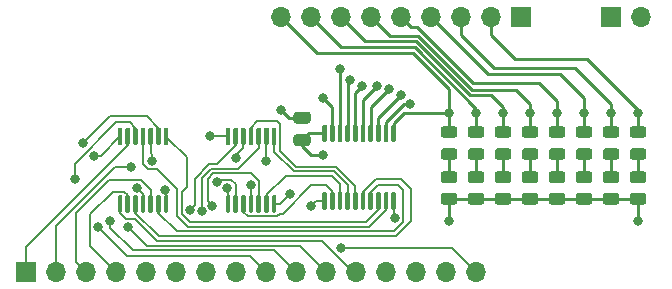
<source format=gbr>
%TF.GenerationSoftware,KiCad,Pcbnew,(5.1.10-1-10_14)*%
%TF.CreationDate,2021-12-18T11:23:09-05:00*%
%TF.ProjectId,Modules,4d6f6475-6c65-4732-9e6b-696361645f70,rev?*%
%TF.SameCoordinates,Original*%
%TF.FileFunction,Copper,L1,Top*%
%TF.FilePolarity,Positive*%
%FSLAX46Y46*%
G04 Gerber Fmt 4.6, Leading zero omitted, Abs format (unit mm)*
G04 Created by KiCad (PCBNEW (5.1.10-1-10_14)) date 2021-12-18 11:23:09*
%MOMM*%
%LPD*%
G01*
G04 APERTURE LIST*
%TA.AperFunction,ComponentPad*%
%ADD10R,1.700000X1.700000*%
%TD*%
%TA.AperFunction,ComponentPad*%
%ADD11O,1.700000X1.700000*%
%TD*%
%TA.AperFunction,ViaPad*%
%ADD12C,0.800000*%
%TD*%
%TA.AperFunction,Conductor*%
%ADD13C,0.200000*%
%TD*%
%TA.AperFunction,Conductor*%
%ADD14C,0.250000*%
%TD*%
G04 APERTURE END LIST*
D10*
%TO.P,J3,1*%
%TO.N,~OUTPUT*%
X175514000Y-105156000D03*
D11*
%TO.P,J3,2*%
%TO.N,Q0*%
X172974000Y-105156000D03*
%TO.P,J3,3*%
%TO.N,Q1*%
X170434000Y-105156000D03*
%TO.P,J3,4*%
%TO.N,Q2*%
X167894000Y-105156000D03*
%TO.P,J3,5*%
%TO.N,Q3*%
X165354000Y-105156000D03*
%TO.P,J3,6*%
%TO.N,Q4*%
X162814000Y-105156000D03*
%TO.P,J3,7*%
%TO.N,Q5*%
X160274000Y-105156000D03*
%TO.P,J3,8*%
%TO.N,Q6*%
X157734000Y-105156000D03*
%TO.P,J3,9*%
%TO.N,Q7*%
X155194000Y-105156000D03*
%TD*%
%TO.P,R8,2*%
%TO.N,GND*%
%TA.AperFunction,SMDPad,CuDef*%
G36*
G01*
X184969999Y-120034000D02*
X185870001Y-120034000D01*
G75*
G02*
X186120000Y-120283999I0J-249999D01*
G01*
X186120000Y-120809001D01*
G75*
G02*
X185870001Y-121059000I-249999J0D01*
G01*
X184969999Y-121059000D01*
G75*
G02*
X184720000Y-120809001I0J249999D01*
G01*
X184720000Y-120283999D01*
G75*
G02*
X184969999Y-120034000I249999J0D01*
G01*
G37*
%TD.AperFunction*%
%TO.P,R8,1*%
%TO.N,Net-(D8-Pad1)*%
%TA.AperFunction,SMDPad,CuDef*%
G36*
G01*
X184969999Y-118209000D02*
X185870001Y-118209000D01*
G75*
G02*
X186120000Y-118458999I0J-249999D01*
G01*
X186120000Y-118984001D01*
G75*
G02*
X185870001Y-119234000I-249999J0D01*
G01*
X184969999Y-119234000D01*
G75*
G02*
X184720000Y-118984001I0J249999D01*
G01*
X184720000Y-118458999D01*
G75*
G02*
X184969999Y-118209000I249999J0D01*
G01*
G37*
%TD.AperFunction*%
%TD*%
%TO.P,R7,2*%
%TO.N,GND*%
%TA.AperFunction,SMDPad,CuDef*%
G36*
G01*
X182683999Y-120034000D02*
X183584001Y-120034000D01*
G75*
G02*
X183834000Y-120283999I0J-249999D01*
G01*
X183834000Y-120809001D01*
G75*
G02*
X183584001Y-121059000I-249999J0D01*
G01*
X182683999Y-121059000D01*
G75*
G02*
X182434000Y-120809001I0J249999D01*
G01*
X182434000Y-120283999D01*
G75*
G02*
X182683999Y-120034000I249999J0D01*
G01*
G37*
%TD.AperFunction*%
%TO.P,R7,1*%
%TO.N,Net-(D7-Pad1)*%
%TA.AperFunction,SMDPad,CuDef*%
G36*
G01*
X182683999Y-118209000D02*
X183584001Y-118209000D01*
G75*
G02*
X183834000Y-118458999I0J-249999D01*
G01*
X183834000Y-118984001D01*
G75*
G02*
X183584001Y-119234000I-249999J0D01*
G01*
X182683999Y-119234000D01*
G75*
G02*
X182434000Y-118984001I0J249999D01*
G01*
X182434000Y-118458999D01*
G75*
G02*
X182683999Y-118209000I249999J0D01*
G01*
G37*
%TD.AperFunction*%
%TD*%
%TO.P,R6,2*%
%TO.N,GND*%
%TA.AperFunction,SMDPad,CuDef*%
G36*
G01*
X180397999Y-120034000D02*
X181298001Y-120034000D01*
G75*
G02*
X181548000Y-120283999I0J-249999D01*
G01*
X181548000Y-120809001D01*
G75*
G02*
X181298001Y-121059000I-249999J0D01*
G01*
X180397999Y-121059000D01*
G75*
G02*
X180148000Y-120809001I0J249999D01*
G01*
X180148000Y-120283999D01*
G75*
G02*
X180397999Y-120034000I249999J0D01*
G01*
G37*
%TD.AperFunction*%
%TO.P,R6,1*%
%TO.N,Net-(D6-Pad1)*%
%TA.AperFunction,SMDPad,CuDef*%
G36*
G01*
X180397999Y-118209000D02*
X181298001Y-118209000D01*
G75*
G02*
X181548000Y-118458999I0J-249999D01*
G01*
X181548000Y-118984001D01*
G75*
G02*
X181298001Y-119234000I-249999J0D01*
G01*
X180397999Y-119234000D01*
G75*
G02*
X180148000Y-118984001I0J249999D01*
G01*
X180148000Y-118458999D01*
G75*
G02*
X180397999Y-118209000I249999J0D01*
G01*
G37*
%TD.AperFunction*%
%TD*%
%TO.P,R5,2*%
%TO.N,GND*%
%TA.AperFunction,SMDPad,CuDef*%
G36*
G01*
X178111999Y-120034000D02*
X179012001Y-120034000D01*
G75*
G02*
X179262000Y-120283999I0J-249999D01*
G01*
X179262000Y-120809001D01*
G75*
G02*
X179012001Y-121059000I-249999J0D01*
G01*
X178111999Y-121059000D01*
G75*
G02*
X177862000Y-120809001I0J249999D01*
G01*
X177862000Y-120283999D01*
G75*
G02*
X178111999Y-120034000I249999J0D01*
G01*
G37*
%TD.AperFunction*%
%TO.P,R5,1*%
%TO.N,Net-(D5-Pad1)*%
%TA.AperFunction,SMDPad,CuDef*%
G36*
G01*
X178111999Y-118209000D02*
X179012001Y-118209000D01*
G75*
G02*
X179262000Y-118458999I0J-249999D01*
G01*
X179262000Y-118984001D01*
G75*
G02*
X179012001Y-119234000I-249999J0D01*
G01*
X178111999Y-119234000D01*
G75*
G02*
X177862000Y-118984001I0J249999D01*
G01*
X177862000Y-118458999D01*
G75*
G02*
X178111999Y-118209000I249999J0D01*
G01*
G37*
%TD.AperFunction*%
%TD*%
%TO.P,R4,2*%
%TO.N,GND*%
%TA.AperFunction,SMDPad,CuDef*%
G36*
G01*
X175825999Y-120034000D02*
X176726001Y-120034000D01*
G75*
G02*
X176976000Y-120283999I0J-249999D01*
G01*
X176976000Y-120809001D01*
G75*
G02*
X176726001Y-121059000I-249999J0D01*
G01*
X175825999Y-121059000D01*
G75*
G02*
X175576000Y-120809001I0J249999D01*
G01*
X175576000Y-120283999D01*
G75*
G02*
X175825999Y-120034000I249999J0D01*
G01*
G37*
%TD.AperFunction*%
%TO.P,R4,1*%
%TO.N,Net-(D4-Pad1)*%
%TA.AperFunction,SMDPad,CuDef*%
G36*
G01*
X175825999Y-118209000D02*
X176726001Y-118209000D01*
G75*
G02*
X176976000Y-118458999I0J-249999D01*
G01*
X176976000Y-118984001D01*
G75*
G02*
X176726001Y-119234000I-249999J0D01*
G01*
X175825999Y-119234000D01*
G75*
G02*
X175576000Y-118984001I0J249999D01*
G01*
X175576000Y-118458999D01*
G75*
G02*
X175825999Y-118209000I249999J0D01*
G01*
G37*
%TD.AperFunction*%
%TD*%
%TO.P,R3,2*%
%TO.N,GND*%
%TA.AperFunction,SMDPad,CuDef*%
G36*
G01*
X173539999Y-120034000D02*
X174440001Y-120034000D01*
G75*
G02*
X174690000Y-120283999I0J-249999D01*
G01*
X174690000Y-120809001D01*
G75*
G02*
X174440001Y-121059000I-249999J0D01*
G01*
X173539999Y-121059000D01*
G75*
G02*
X173290000Y-120809001I0J249999D01*
G01*
X173290000Y-120283999D01*
G75*
G02*
X173539999Y-120034000I249999J0D01*
G01*
G37*
%TD.AperFunction*%
%TO.P,R3,1*%
%TO.N,Net-(D3-Pad1)*%
%TA.AperFunction,SMDPad,CuDef*%
G36*
G01*
X173539999Y-118209000D02*
X174440001Y-118209000D01*
G75*
G02*
X174690000Y-118458999I0J-249999D01*
G01*
X174690000Y-118984001D01*
G75*
G02*
X174440001Y-119234000I-249999J0D01*
G01*
X173539999Y-119234000D01*
G75*
G02*
X173290000Y-118984001I0J249999D01*
G01*
X173290000Y-118458999D01*
G75*
G02*
X173539999Y-118209000I249999J0D01*
G01*
G37*
%TD.AperFunction*%
%TD*%
%TO.P,R2,2*%
%TO.N,GND*%
%TA.AperFunction,SMDPad,CuDef*%
G36*
G01*
X171253999Y-120034000D02*
X172154001Y-120034000D01*
G75*
G02*
X172404000Y-120283999I0J-249999D01*
G01*
X172404000Y-120809001D01*
G75*
G02*
X172154001Y-121059000I-249999J0D01*
G01*
X171253999Y-121059000D01*
G75*
G02*
X171004000Y-120809001I0J249999D01*
G01*
X171004000Y-120283999D01*
G75*
G02*
X171253999Y-120034000I249999J0D01*
G01*
G37*
%TD.AperFunction*%
%TO.P,R2,1*%
%TO.N,Net-(D2-Pad1)*%
%TA.AperFunction,SMDPad,CuDef*%
G36*
G01*
X171253999Y-118209000D02*
X172154001Y-118209000D01*
G75*
G02*
X172404000Y-118458999I0J-249999D01*
G01*
X172404000Y-118984001D01*
G75*
G02*
X172154001Y-119234000I-249999J0D01*
G01*
X171253999Y-119234000D01*
G75*
G02*
X171004000Y-118984001I0J249999D01*
G01*
X171004000Y-118458999D01*
G75*
G02*
X171253999Y-118209000I249999J0D01*
G01*
G37*
%TD.AperFunction*%
%TD*%
%TO.P,R1,2*%
%TO.N,GND*%
%TA.AperFunction,SMDPad,CuDef*%
G36*
G01*
X168967999Y-120034000D02*
X169868001Y-120034000D01*
G75*
G02*
X170118000Y-120283999I0J-249999D01*
G01*
X170118000Y-120809001D01*
G75*
G02*
X169868001Y-121059000I-249999J0D01*
G01*
X168967999Y-121059000D01*
G75*
G02*
X168718000Y-120809001I0J249999D01*
G01*
X168718000Y-120283999D01*
G75*
G02*
X168967999Y-120034000I249999J0D01*
G01*
G37*
%TD.AperFunction*%
%TO.P,R1,1*%
%TO.N,Net-(D1-Pad1)*%
%TA.AperFunction,SMDPad,CuDef*%
G36*
G01*
X168967999Y-118209000D02*
X169868001Y-118209000D01*
G75*
G02*
X170118000Y-118458999I0J-249999D01*
G01*
X170118000Y-118984001D01*
G75*
G02*
X169868001Y-119234000I-249999J0D01*
G01*
X168967999Y-119234000D01*
G75*
G02*
X168718000Y-118984001I0J249999D01*
G01*
X168718000Y-118458999D01*
G75*
G02*
X168967999Y-118209000I249999J0D01*
G01*
G37*
%TD.AperFunction*%
%TD*%
%TO.P,D8,2*%
%TO.N,Q0*%
%TA.AperFunction,SMDPad,CuDef*%
G36*
G01*
X185876250Y-115374000D02*
X184963750Y-115374000D01*
G75*
G02*
X184720000Y-115130250I0J243750D01*
G01*
X184720000Y-114642750D01*
G75*
G02*
X184963750Y-114399000I243750J0D01*
G01*
X185876250Y-114399000D01*
G75*
G02*
X186120000Y-114642750I0J-243750D01*
G01*
X186120000Y-115130250D01*
G75*
G02*
X185876250Y-115374000I-243750J0D01*
G01*
G37*
%TD.AperFunction*%
%TO.P,D8,1*%
%TO.N,Net-(D8-Pad1)*%
%TA.AperFunction,SMDPad,CuDef*%
G36*
G01*
X185876250Y-117249000D02*
X184963750Y-117249000D01*
G75*
G02*
X184720000Y-117005250I0J243750D01*
G01*
X184720000Y-116517750D01*
G75*
G02*
X184963750Y-116274000I243750J0D01*
G01*
X185876250Y-116274000D01*
G75*
G02*
X186120000Y-116517750I0J-243750D01*
G01*
X186120000Y-117005250D01*
G75*
G02*
X185876250Y-117249000I-243750J0D01*
G01*
G37*
%TD.AperFunction*%
%TD*%
%TO.P,D7,2*%
%TO.N,Q1*%
%TA.AperFunction,SMDPad,CuDef*%
G36*
G01*
X183590250Y-115374000D02*
X182677750Y-115374000D01*
G75*
G02*
X182434000Y-115130250I0J243750D01*
G01*
X182434000Y-114642750D01*
G75*
G02*
X182677750Y-114399000I243750J0D01*
G01*
X183590250Y-114399000D01*
G75*
G02*
X183834000Y-114642750I0J-243750D01*
G01*
X183834000Y-115130250D01*
G75*
G02*
X183590250Y-115374000I-243750J0D01*
G01*
G37*
%TD.AperFunction*%
%TO.P,D7,1*%
%TO.N,Net-(D7-Pad1)*%
%TA.AperFunction,SMDPad,CuDef*%
G36*
G01*
X183590250Y-117249000D02*
X182677750Y-117249000D01*
G75*
G02*
X182434000Y-117005250I0J243750D01*
G01*
X182434000Y-116517750D01*
G75*
G02*
X182677750Y-116274000I243750J0D01*
G01*
X183590250Y-116274000D01*
G75*
G02*
X183834000Y-116517750I0J-243750D01*
G01*
X183834000Y-117005250D01*
G75*
G02*
X183590250Y-117249000I-243750J0D01*
G01*
G37*
%TD.AperFunction*%
%TD*%
%TO.P,D6,2*%
%TO.N,Q2*%
%TA.AperFunction,SMDPad,CuDef*%
G36*
G01*
X181304250Y-115374000D02*
X180391750Y-115374000D01*
G75*
G02*
X180148000Y-115130250I0J243750D01*
G01*
X180148000Y-114642750D01*
G75*
G02*
X180391750Y-114399000I243750J0D01*
G01*
X181304250Y-114399000D01*
G75*
G02*
X181548000Y-114642750I0J-243750D01*
G01*
X181548000Y-115130250D01*
G75*
G02*
X181304250Y-115374000I-243750J0D01*
G01*
G37*
%TD.AperFunction*%
%TO.P,D6,1*%
%TO.N,Net-(D6-Pad1)*%
%TA.AperFunction,SMDPad,CuDef*%
G36*
G01*
X181304250Y-117249000D02*
X180391750Y-117249000D01*
G75*
G02*
X180148000Y-117005250I0J243750D01*
G01*
X180148000Y-116517750D01*
G75*
G02*
X180391750Y-116274000I243750J0D01*
G01*
X181304250Y-116274000D01*
G75*
G02*
X181548000Y-116517750I0J-243750D01*
G01*
X181548000Y-117005250D01*
G75*
G02*
X181304250Y-117249000I-243750J0D01*
G01*
G37*
%TD.AperFunction*%
%TD*%
%TO.P,D5,2*%
%TO.N,Q3*%
%TA.AperFunction,SMDPad,CuDef*%
G36*
G01*
X179018250Y-115374000D02*
X178105750Y-115374000D01*
G75*
G02*
X177862000Y-115130250I0J243750D01*
G01*
X177862000Y-114642750D01*
G75*
G02*
X178105750Y-114399000I243750J0D01*
G01*
X179018250Y-114399000D01*
G75*
G02*
X179262000Y-114642750I0J-243750D01*
G01*
X179262000Y-115130250D01*
G75*
G02*
X179018250Y-115374000I-243750J0D01*
G01*
G37*
%TD.AperFunction*%
%TO.P,D5,1*%
%TO.N,Net-(D5-Pad1)*%
%TA.AperFunction,SMDPad,CuDef*%
G36*
G01*
X179018250Y-117249000D02*
X178105750Y-117249000D01*
G75*
G02*
X177862000Y-117005250I0J243750D01*
G01*
X177862000Y-116517750D01*
G75*
G02*
X178105750Y-116274000I243750J0D01*
G01*
X179018250Y-116274000D01*
G75*
G02*
X179262000Y-116517750I0J-243750D01*
G01*
X179262000Y-117005250D01*
G75*
G02*
X179018250Y-117249000I-243750J0D01*
G01*
G37*
%TD.AperFunction*%
%TD*%
%TO.P,D4,2*%
%TO.N,Q4*%
%TA.AperFunction,SMDPad,CuDef*%
G36*
G01*
X176732250Y-115374000D02*
X175819750Y-115374000D01*
G75*
G02*
X175576000Y-115130250I0J243750D01*
G01*
X175576000Y-114642750D01*
G75*
G02*
X175819750Y-114399000I243750J0D01*
G01*
X176732250Y-114399000D01*
G75*
G02*
X176976000Y-114642750I0J-243750D01*
G01*
X176976000Y-115130250D01*
G75*
G02*
X176732250Y-115374000I-243750J0D01*
G01*
G37*
%TD.AperFunction*%
%TO.P,D4,1*%
%TO.N,Net-(D4-Pad1)*%
%TA.AperFunction,SMDPad,CuDef*%
G36*
G01*
X176732250Y-117249000D02*
X175819750Y-117249000D01*
G75*
G02*
X175576000Y-117005250I0J243750D01*
G01*
X175576000Y-116517750D01*
G75*
G02*
X175819750Y-116274000I243750J0D01*
G01*
X176732250Y-116274000D01*
G75*
G02*
X176976000Y-116517750I0J-243750D01*
G01*
X176976000Y-117005250D01*
G75*
G02*
X176732250Y-117249000I-243750J0D01*
G01*
G37*
%TD.AperFunction*%
%TD*%
%TO.P,D3,2*%
%TO.N,Q5*%
%TA.AperFunction,SMDPad,CuDef*%
G36*
G01*
X174446250Y-115374000D02*
X173533750Y-115374000D01*
G75*
G02*
X173290000Y-115130250I0J243750D01*
G01*
X173290000Y-114642750D01*
G75*
G02*
X173533750Y-114399000I243750J0D01*
G01*
X174446250Y-114399000D01*
G75*
G02*
X174690000Y-114642750I0J-243750D01*
G01*
X174690000Y-115130250D01*
G75*
G02*
X174446250Y-115374000I-243750J0D01*
G01*
G37*
%TD.AperFunction*%
%TO.P,D3,1*%
%TO.N,Net-(D3-Pad1)*%
%TA.AperFunction,SMDPad,CuDef*%
G36*
G01*
X174446250Y-117249000D02*
X173533750Y-117249000D01*
G75*
G02*
X173290000Y-117005250I0J243750D01*
G01*
X173290000Y-116517750D01*
G75*
G02*
X173533750Y-116274000I243750J0D01*
G01*
X174446250Y-116274000D01*
G75*
G02*
X174690000Y-116517750I0J-243750D01*
G01*
X174690000Y-117005250D01*
G75*
G02*
X174446250Y-117249000I-243750J0D01*
G01*
G37*
%TD.AperFunction*%
%TD*%
%TO.P,D2,2*%
%TO.N,Q6*%
%TA.AperFunction,SMDPad,CuDef*%
G36*
G01*
X172160250Y-115374000D02*
X171247750Y-115374000D01*
G75*
G02*
X171004000Y-115130250I0J243750D01*
G01*
X171004000Y-114642750D01*
G75*
G02*
X171247750Y-114399000I243750J0D01*
G01*
X172160250Y-114399000D01*
G75*
G02*
X172404000Y-114642750I0J-243750D01*
G01*
X172404000Y-115130250D01*
G75*
G02*
X172160250Y-115374000I-243750J0D01*
G01*
G37*
%TD.AperFunction*%
%TO.P,D2,1*%
%TO.N,Net-(D2-Pad1)*%
%TA.AperFunction,SMDPad,CuDef*%
G36*
G01*
X172160250Y-117249000D02*
X171247750Y-117249000D01*
G75*
G02*
X171004000Y-117005250I0J243750D01*
G01*
X171004000Y-116517750D01*
G75*
G02*
X171247750Y-116274000I243750J0D01*
G01*
X172160250Y-116274000D01*
G75*
G02*
X172404000Y-116517750I0J-243750D01*
G01*
X172404000Y-117005250D01*
G75*
G02*
X172160250Y-117249000I-243750J0D01*
G01*
G37*
%TD.AperFunction*%
%TD*%
%TO.P,D1,2*%
%TO.N,Q7*%
%TA.AperFunction,SMDPad,CuDef*%
G36*
G01*
X169874250Y-115374000D02*
X168961750Y-115374000D01*
G75*
G02*
X168718000Y-115130250I0J243750D01*
G01*
X168718000Y-114642750D01*
G75*
G02*
X168961750Y-114399000I243750J0D01*
G01*
X169874250Y-114399000D01*
G75*
G02*
X170118000Y-114642750I0J-243750D01*
G01*
X170118000Y-115130250D01*
G75*
G02*
X169874250Y-115374000I-243750J0D01*
G01*
G37*
%TD.AperFunction*%
%TO.P,D1,1*%
%TO.N,Net-(D1-Pad1)*%
%TA.AperFunction,SMDPad,CuDef*%
G36*
G01*
X169874250Y-117249000D02*
X168961750Y-117249000D01*
G75*
G02*
X168718000Y-117005250I0J243750D01*
G01*
X168718000Y-116517750D01*
G75*
G02*
X168961750Y-116274000I243750J0D01*
G01*
X169874250Y-116274000D01*
G75*
G02*
X170118000Y-116517750I0J-243750D01*
G01*
X170118000Y-117005250D01*
G75*
G02*
X169874250Y-117249000I-243750J0D01*
G01*
G37*
%TD.AperFunction*%
%TD*%
%TO.P,C1,2*%
%TO.N,GND*%
%TA.AperFunction,SMDPad,CuDef*%
G36*
G01*
X157447000Y-114170000D02*
X156497000Y-114170000D01*
G75*
G02*
X156247000Y-113920000I0J250000D01*
G01*
X156247000Y-113420000D01*
G75*
G02*
X156497000Y-113170000I250000J0D01*
G01*
X157447000Y-113170000D01*
G75*
G02*
X157697000Y-113420000I0J-250000D01*
G01*
X157697000Y-113920000D01*
G75*
G02*
X157447000Y-114170000I-250000J0D01*
G01*
G37*
%TD.AperFunction*%
%TO.P,C1,1*%
%TO.N,VCC*%
%TA.AperFunction,SMDPad,CuDef*%
G36*
G01*
X157447000Y-116070000D02*
X156497000Y-116070000D01*
G75*
G02*
X156247000Y-115820000I0J250000D01*
G01*
X156247000Y-115320000D01*
G75*
G02*
X156497000Y-115070000I250000J0D01*
G01*
X157447000Y-115070000D01*
G75*
G02*
X157697000Y-115320000I0J-250000D01*
G01*
X157697000Y-115820000D01*
G75*
G02*
X157447000Y-116070000I-250000J0D01*
G01*
G37*
%TD.AperFunction*%
%TD*%
%TO.P,U1,20*%
%TO.N,VCC*%
%TA.AperFunction,SMDPad,CuDef*%
G36*
G01*
X158985000Y-115731000D02*
X158785000Y-115731000D01*
G75*
G02*
X158685000Y-115631000I0J100000D01*
G01*
X158685000Y-114356000D01*
G75*
G02*
X158785000Y-114256000I100000J0D01*
G01*
X158985000Y-114256000D01*
G75*
G02*
X159085000Y-114356000I0J-100000D01*
G01*
X159085000Y-115631000D01*
G75*
G02*
X158985000Y-115731000I-100000J0D01*
G01*
G37*
%TD.AperFunction*%
%TO.P,U1,19*%
%TO.N,~OUTPUT*%
%TA.AperFunction,SMDPad,CuDef*%
G36*
G01*
X159635000Y-115731000D02*
X159435000Y-115731000D01*
G75*
G02*
X159335000Y-115631000I0J100000D01*
G01*
X159335000Y-114356000D01*
G75*
G02*
X159435000Y-114256000I100000J0D01*
G01*
X159635000Y-114256000D01*
G75*
G02*
X159735000Y-114356000I0J-100000D01*
G01*
X159735000Y-115631000D01*
G75*
G02*
X159635000Y-115731000I-100000J0D01*
G01*
G37*
%TD.AperFunction*%
%TO.P,U1,18*%
%TO.N,Q0*%
%TA.AperFunction,SMDPad,CuDef*%
G36*
G01*
X160285000Y-115731000D02*
X160085000Y-115731000D01*
G75*
G02*
X159985000Y-115631000I0J100000D01*
G01*
X159985000Y-114356000D01*
G75*
G02*
X160085000Y-114256000I100000J0D01*
G01*
X160285000Y-114256000D01*
G75*
G02*
X160385000Y-114356000I0J-100000D01*
G01*
X160385000Y-115631000D01*
G75*
G02*
X160285000Y-115731000I-100000J0D01*
G01*
G37*
%TD.AperFunction*%
%TO.P,U1,17*%
%TO.N,Q1*%
%TA.AperFunction,SMDPad,CuDef*%
G36*
G01*
X160935000Y-115731000D02*
X160735000Y-115731000D01*
G75*
G02*
X160635000Y-115631000I0J100000D01*
G01*
X160635000Y-114356000D01*
G75*
G02*
X160735000Y-114256000I100000J0D01*
G01*
X160935000Y-114256000D01*
G75*
G02*
X161035000Y-114356000I0J-100000D01*
G01*
X161035000Y-115631000D01*
G75*
G02*
X160935000Y-115731000I-100000J0D01*
G01*
G37*
%TD.AperFunction*%
%TO.P,U1,16*%
%TO.N,Q2*%
%TA.AperFunction,SMDPad,CuDef*%
G36*
G01*
X161585000Y-115731000D02*
X161385000Y-115731000D01*
G75*
G02*
X161285000Y-115631000I0J100000D01*
G01*
X161285000Y-114356000D01*
G75*
G02*
X161385000Y-114256000I100000J0D01*
G01*
X161585000Y-114256000D01*
G75*
G02*
X161685000Y-114356000I0J-100000D01*
G01*
X161685000Y-115631000D01*
G75*
G02*
X161585000Y-115731000I-100000J0D01*
G01*
G37*
%TD.AperFunction*%
%TO.P,U1,15*%
%TO.N,Q3*%
%TA.AperFunction,SMDPad,CuDef*%
G36*
G01*
X162235000Y-115731000D02*
X162035000Y-115731000D01*
G75*
G02*
X161935000Y-115631000I0J100000D01*
G01*
X161935000Y-114356000D01*
G75*
G02*
X162035000Y-114256000I100000J0D01*
G01*
X162235000Y-114256000D01*
G75*
G02*
X162335000Y-114356000I0J-100000D01*
G01*
X162335000Y-115631000D01*
G75*
G02*
X162235000Y-115731000I-100000J0D01*
G01*
G37*
%TD.AperFunction*%
%TO.P,U1,14*%
%TO.N,Q4*%
%TA.AperFunction,SMDPad,CuDef*%
G36*
G01*
X162885000Y-115731000D02*
X162685000Y-115731000D01*
G75*
G02*
X162585000Y-115631000I0J100000D01*
G01*
X162585000Y-114356000D01*
G75*
G02*
X162685000Y-114256000I100000J0D01*
G01*
X162885000Y-114256000D01*
G75*
G02*
X162985000Y-114356000I0J-100000D01*
G01*
X162985000Y-115631000D01*
G75*
G02*
X162885000Y-115731000I-100000J0D01*
G01*
G37*
%TD.AperFunction*%
%TO.P,U1,13*%
%TO.N,Q5*%
%TA.AperFunction,SMDPad,CuDef*%
G36*
G01*
X163535000Y-115731000D02*
X163335000Y-115731000D01*
G75*
G02*
X163235000Y-115631000I0J100000D01*
G01*
X163235000Y-114356000D01*
G75*
G02*
X163335000Y-114256000I100000J0D01*
G01*
X163535000Y-114256000D01*
G75*
G02*
X163635000Y-114356000I0J-100000D01*
G01*
X163635000Y-115631000D01*
G75*
G02*
X163535000Y-115731000I-100000J0D01*
G01*
G37*
%TD.AperFunction*%
%TO.P,U1,12*%
%TO.N,Q6*%
%TA.AperFunction,SMDPad,CuDef*%
G36*
G01*
X164185000Y-115731000D02*
X163985000Y-115731000D01*
G75*
G02*
X163885000Y-115631000I0J100000D01*
G01*
X163885000Y-114356000D01*
G75*
G02*
X163985000Y-114256000I100000J0D01*
G01*
X164185000Y-114256000D01*
G75*
G02*
X164285000Y-114356000I0J-100000D01*
G01*
X164285000Y-115631000D01*
G75*
G02*
X164185000Y-115731000I-100000J0D01*
G01*
G37*
%TD.AperFunction*%
%TO.P,U1,11*%
%TO.N,Q7*%
%TA.AperFunction,SMDPad,CuDef*%
G36*
G01*
X164835000Y-115731000D02*
X164635000Y-115731000D01*
G75*
G02*
X164535000Y-115631000I0J100000D01*
G01*
X164535000Y-114356000D01*
G75*
G02*
X164635000Y-114256000I100000J0D01*
G01*
X164835000Y-114256000D01*
G75*
G02*
X164935000Y-114356000I0J-100000D01*
G01*
X164935000Y-115631000D01*
G75*
G02*
X164835000Y-115731000I-100000J0D01*
G01*
G37*
%TD.AperFunction*%
%TO.P,U1,10*%
%TO.N,GND*%
%TA.AperFunction,SMDPad,CuDef*%
G36*
G01*
X164835000Y-121456000D02*
X164635000Y-121456000D01*
G75*
G02*
X164535000Y-121356000I0J100000D01*
G01*
X164535000Y-120081000D01*
G75*
G02*
X164635000Y-119981000I100000J0D01*
G01*
X164835000Y-119981000D01*
G75*
G02*
X164935000Y-120081000I0J-100000D01*
G01*
X164935000Y-121356000D01*
G75*
G02*
X164835000Y-121456000I-100000J0D01*
G01*
G37*
%TD.AperFunction*%
%TO.P,U1,9*%
%TO.N,Net-(U1-Pad9)*%
%TA.AperFunction,SMDPad,CuDef*%
G36*
G01*
X164185000Y-121456000D02*
X163985000Y-121456000D01*
G75*
G02*
X163885000Y-121356000I0J100000D01*
G01*
X163885000Y-120081000D01*
G75*
G02*
X163985000Y-119981000I100000J0D01*
G01*
X164185000Y-119981000D01*
G75*
G02*
X164285000Y-120081000I0J-100000D01*
G01*
X164285000Y-121356000D01*
G75*
G02*
X164185000Y-121456000I-100000J0D01*
G01*
G37*
%TD.AperFunction*%
%TO.P,U1,8*%
%TO.N,Net-(U1-Pad8)*%
%TA.AperFunction,SMDPad,CuDef*%
G36*
G01*
X163535000Y-121456000D02*
X163335000Y-121456000D01*
G75*
G02*
X163235000Y-121356000I0J100000D01*
G01*
X163235000Y-120081000D01*
G75*
G02*
X163335000Y-119981000I100000J0D01*
G01*
X163535000Y-119981000D01*
G75*
G02*
X163635000Y-120081000I0J-100000D01*
G01*
X163635000Y-121356000D01*
G75*
G02*
X163535000Y-121456000I-100000J0D01*
G01*
G37*
%TD.AperFunction*%
%TO.P,U1,7*%
%TO.N,Net-(U1-Pad7)*%
%TA.AperFunction,SMDPad,CuDef*%
G36*
G01*
X162885000Y-121456000D02*
X162685000Y-121456000D01*
G75*
G02*
X162585000Y-121356000I0J100000D01*
G01*
X162585000Y-120081000D01*
G75*
G02*
X162685000Y-119981000I100000J0D01*
G01*
X162885000Y-119981000D01*
G75*
G02*
X162985000Y-120081000I0J-100000D01*
G01*
X162985000Y-121356000D01*
G75*
G02*
X162885000Y-121456000I-100000J0D01*
G01*
G37*
%TD.AperFunction*%
%TO.P,U1,6*%
%TO.N,Net-(U1-Pad6)*%
%TA.AperFunction,SMDPad,CuDef*%
G36*
G01*
X162235000Y-121456000D02*
X162035000Y-121456000D01*
G75*
G02*
X161935000Y-121356000I0J100000D01*
G01*
X161935000Y-120081000D01*
G75*
G02*
X162035000Y-119981000I100000J0D01*
G01*
X162235000Y-119981000D01*
G75*
G02*
X162335000Y-120081000I0J-100000D01*
G01*
X162335000Y-121356000D01*
G75*
G02*
X162235000Y-121456000I-100000J0D01*
G01*
G37*
%TD.AperFunction*%
%TO.P,U1,5*%
%TO.N,Net-(U1-Pad5)*%
%TA.AperFunction,SMDPad,CuDef*%
G36*
G01*
X161585000Y-121456000D02*
X161385000Y-121456000D01*
G75*
G02*
X161285000Y-121356000I0J100000D01*
G01*
X161285000Y-120081000D01*
G75*
G02*
X161385000Y-119981000I100000J0D01*
G01*
X161585000Y-119981000D01*
G75*
G02*
X161685000Y-120081000I0J-100000D01*
G01*
X161685000Y-121356000D01*
G75*
G02*
X161585000Y-121456000I-100000J0D01*
G01*
G37*
%TD.AperFunction*%
%TO.P,U1,4*%
%TO.N,Net-(U1-Pad4)*%
%TA.AperFunction,SMDPad,CuDef*%
G36*
G01*
X160935000Y-121456000D02*
X160735000Y-121456000D01*
G75*
G02*
X160635000Y-121356000I0J100000D01*
G01*
X160635000Y-120081000D01*
G75*
G02*
X160735000Y-119981000I100000J0D01*
G01*
X160935000Y-119981000D01*
G75*
G02*
X161035000Y-120081000I0J-100000D01*
G01*
X161035000Y-121356000D01*
G75*
G02*
X160935000Y-121456000I-100000J0D01*
G01*
G37*
%TD.AperFunction*%
%TO.P,U1,3*%
%TO.N,Net-(U1-Pad3)*%
%TA.AperFunction,SMDPad,CuDef*%
G36*
G01*
X160285000Y-121456000D02*
X160085000Y-121456000D01*
G75*
G02*
X159985000Y-121356000I0J100000D01*
G01*
X159985000Y-120081000D01*
G75*
G02*
X160085000Y-119981000I100000J0D01*
G01*
X160285000Y-119981000D01*
G75*
G02*
X160385000Y-120081000I0J-100000D01*
G01*
X160385000Y-121356000D01*
G75*
G02*
X160285000Y-121456000I-100000J0D01*
G01*
G37*
%TD.AperFunction*%
%TO.P,U1,2*%
%TO.N,Net-(U1-Pad2)*%
%TA.AperFunction,SMDPad,CuDef*%
G36*
G01*
X159635000Y-121456000D02*
X159435000Y-121456000D01*
G75*
G02*
X159335000Y-121356000I0J100000D01*
G01*
X159335000Y-120081000D01*
G75*
G02*
X159435000Y-119981000I100000J0D01*
G01*
X159635000Y-119981000D01*
G75*
G02*
X159735000Y-120081000I0J-100000D01*
G01*
X159735000Y-121356000D01*
G75*
G02*
X159635000Y-121456000I-100000J0D01*
G01*
G37*
%TD.AperFunction*%
%TO.P,U1,1*%
%TO.N,VCC*%
%TA.AperFunction,SMDPad,CuDef*%
G36*
G01*
X158985000Y-121456000D02*
X158785000Y-121456000D01*
G75*
G02*
X158685000Y-121356000I0J100000D01*
G01*
X158685000Y-120081000D01*
G75*
G02*
X158785000Y-119981000I100000J0D01*
G01*
X158985000Y-119981000D01*
G75*
G02*
X159085000Y-120081000I0J-100000D01*
G01*
X159085000Y-121356000D01*
G75*
G02*
X158985000Y-121456000I-100000J0D01*
G01*
G37*
%TD.AperFunction*%
%TD*%
%TO.P,U8,14*%
%TO.N,VCC*%
%TA.AperFunction,SMDPad,CuDef*%
G36*
G01*
X141660000Y-115985000D02*
X141460000Y-115985000D01*
G75*
G02*
X141360000Y-115885000I0J100000D01*
G01*
X141360000Y-114610000D01*
G75*
G02*
X141460000Y-114510000I100000J0D01*
G01*
X141660000Y-114510000D01*
G75*
G02*
X141760000Y-114610000I0J-100000D01*
G01*
X141760000Y-115885000D01*
G75*
G02*
X141660000Y-115985000I-100000J0D01*
G01*
G37*
%TD.AperFunction*%
%TO.P,U8,13*%
%TO.N,B7*%
%TA.AperFunction,SMDPad,CuDef*%
G36*
G01*
X142310000Y-115985000D02*
X142110000Y-115985000D01*
G75*
G02*
X142010000Y-115885000I0J100000D01*
G01*
X142010000Y-114610000D01*
G75*
G02*
X142110000Y-114510000I100000J0D01*
G01*
X142310000Y-114510000D01*
G75*
G02*
X142410000Y-114610000I0J-100000D01*
G01*
X142410000Y-115885000D01*
G75*
G02*
X142310000Y-115985000I-100000J0D01*
G01*
G37*
%TD.AperFunction*%
%TO.P,U8,12*%
%TO.N,A7*%
%TA.AperFunction,SMDPad,CuDef*%
G36*
G01*
X142960000Y-115985000D02*
X142760000Y-115985000D01*
G75*
G02*
X142660000Y-115885000I0J100000D01*
G01*
X142660000Y-114610000D01*
G75*
G02*
X142760000Y-114510000I100000J0D01*
G01*
X142960000Y-114510000D01*
G75*
G02*
X143060000Y-114610000I0J-100000D01*
G01*
X143060000Y-115885000D01*
G75*
G02*
X142960000Y-115985000I-100000J0D01*
G01*
G37*
%TD.AperFunction*%
%TO.P,U8,11*%
%TO.N,Net-(U1-Pad9)*%
%TA.AperFunction,SMDPad,CuDef*%
G36*
G01*
X143610000Y-115985000D02*
X143410000Y-115985000D01*
G75*
G02*
X143310000Y-115885000I0J100000D01*
G01*
X143310000Y-114610000D01*
G75*
G02*
X143410000Y-114510000I100000J0D01*
G01*
X143610000Y-114510000D01*
G75*
G02*
X143710000Y-114610000I0J-100000D01*
G01*
X143710000Y-115885000D01*
G75*
G02*
X143610000Y-115985000I-100000J0D01*
G01*
G37*
%TD.AperFunction*%
%TO.P,U8,10*%
%TO.N,B6*%
%TA.AperFunction,SMDPad,CuDef*%
G36*
G01*
X144260000Y-115985000D02*
X144060000Y-115985000D01*
G75*
G02*
X143960000Y-115885000I0J100000D01*
G01*
X143960000Y-114610000D01*
G75*
G02*
X144060000Y-114510000I100000J0D01*
G01*
X144260000Y-114510000D01*
G75*
G02*
X144360000Y-114610000I0J-100000D01*
G01*
X144360000Y-115885000D01*
G75*
G02*
X144260000Y-115985000I-100000J0D01*
G01*
G37*
%TD.AperFunction*%
%TO.P,U8,9*%
%TO.N,A6*%
%TA.AperFunction,SMDPad,CuDef*%
G36*
G01*
X144910000Y-115985000D02*
X144710000Y-115985000D01*
G75*
G02*
X144610000Y-115885000I0J100000D01*
G01*
X144610000Y-114610000D01*
G75*
G02*
X144710000Y-114510000I100000J0D01*
G01*
X144910000Y-114510000D01*
G75*
G02*
X145010000Y-114610000I0J-100000D01*
G01*
X145010000Y-115885000D01*
G75*
G02*
X144910000Y-115985000I-100000J0D01*
G01*
G37*
%TD.AperFunction*%
%TO.P,U8,8*%
%TO.N,Net-(U1-Pad8)*%
%TA.AperFunction,SMDPad,CuDef*%
G36*
G01*
X145560000Y-115985000D02*
X145360000Y-115985000D01*
G75*
G02*
X145260000Y-115885000I0J100000D01*
G01*
X145260000Y-114610000D01*
G75*
G02*
X145360000Y-114510000I100000J0D01*
G01*
X145560000Y-114510000D01*
G75*
G02*
X145660000Y-114610000I0J-100000D01*
G01*
X145660000Y-115885000D01*
G75*
G02*
X145560000Y-115985000I-100000J0D01*
G01*
G37*
%TD.AperFunction*%
%TO.P,U8,7*%
%TO.N,GND*%
%TA.AperFunction,SMDPad,CuDef*%
G36*
G01*
X145560000Y-121710000D02*
X145360000Y-121710000D01*
G75*
G02*
X145260000Y-121610000I0J100000D01*
G01*
X145260000Y-120335000D01*
G75*
G02*
X145360000Y-120235000I100000J0D01*
G01*
X145560000Y-120235000D01*
G75*
G02*
X145660000Y-120335000I0J-100000D01*
G01*
X145660000Y-121610000D01*
G75*
G02*
X145560000Y-121710000I-100000J0D01*
G01*
G37*
%TD.AperFunction*%
%TO.P,U8,6*%
%TO.N,Net-(U1-Pad7)*%
%TA.AperFunction,SMDPad,CuDef*%
G36*
G01*
X144910000Y-121710000D02*
X144710000Y-121710000D01*
G75*
G02*
X144610000Y-121610000I0J100000D01*
G01*
X144610000Y-120335000D01*
G75*
G02*
X144710000Y-120235000I100000J0D01*
G01*
X144910000Y-120235000D01*
G75*
G02*
X145010000Y-120335000I0J-100000D01*
G01*
X145010000Y-121610000D01*
G75*
G02*
X144910000Y-121710000I-100000J0D01*
G01*
G37*
%TD.AperFunction*%
%TO.P,U8,5*%
%TO.N,B5*%
%TA.AperFunction,SMDPad,CuDef*%
G36*
G01*
X144260000Y-121710000D02*
X144060000Y-121710000D01*
G75*
G02*
X143960000Y-121610000I0J100000D01*
G01*
X143960000Y-120335000D01*
G75*
G02*
X144060000Y-120235000I100000J0D01*
G01*
X144260000Y-120235000D01*
G75*
G02*
X144360000Y-120335000I0J-100000D01*
G01*
X144360000Y-121610000D01*
G75*
G02*
X144260000Y-121710000I-100000J0D01*
G01*
G37*
%TD.AperFunction*%
%TO.P,U8,4*%
%TO.N,A5*%
%TA.AperFunction,SMDPad,CuDef*%
G36*
G01*
X143610000Y-121710000D02*
X143410000Y-121710000D01*
G75*
G02*
X143310000Y-121610000I0J100000D01*
G01*
X143310000Y-120335000D01*
G75*
G02*
X143410000Y-120235000I100000J0D01*
G01*
X143610000Y-120235000D01*
G75*
G02*
X143710000Y-120335000I0J-100000D01*
G01*
X143710000Y-121610000D01*
G75*
G02*
X143610000Y-121710000I-100000J0D01*
G01*
G37*
%TD.AperFunction*%
%TO.P,U8,3*%
%TO.N,Net-(U1-Pad6)*%
%TA.AperFunction,SMDPad,CuDef*%
G36*
G01*
X142960000Y-121710000D02*
X142760000Y-121710000D01*
G75*
G02*
X142660000Y-121610000I0J100000D01*
G01*
X142660000Y-120335000D01*
G75*
G02*
X142760000Y-120235000I100000J0D01*
G01*
X142960000Y-120235000D01*
G75*
G02*
X143060000Y-120335000I0J-100000D01*
G01*
X143060000Y-121610000D01*
G75*
G02*
X142960000Y-121710000I-100000J0D01*
G01*
G37*
%TD.AperFunction*%
%TO.P,U8,2*%
%TO.N,B4*%
%TA.AperFunction,SMDPad,CuDef*%
G36*
G01*
X142310000Y-121710000D02*
X142110000Y-121710000D01*
G75*
G02*
X142010000Y-121610000I0J100000D01*
G01*
X142010000Y-120335000D01*
G75*
G02*
X142110000Y-120235000I100000J0D01*
G01*
X142310000Y-120235000D01*
G75*
G02*
X142410000Y-120335000I0J-100000D01*
G01*
X142410000Y-121610000D01*
G75*
G02*
X142310000Y-121710000I-100000J0D01*
G01*
G37*
%TD.AperFunction*%
%TO.P,U8,1*%
%TO.N,A4*%
%TA.AperFunction,SMDPad,CuDef*%
G36*
G01*
X141660000Y-121710000D02*
X141460000Y-121710000D01*
G75*
G02*
X141360000Y-121610000I0J100000D01*
G01*
X141360000Y-120335000D01*
G75*
G02*
X141460000Y-120235000I100000J0D01*
G01*
X141660000Y-120235000D01*
G75*
G02*
X141760000Y-120335000I0J-100000D01*
G01*
X141760000Y-121610000D01*
G75*
G02*
X141660000Y-121710000I-100000J0D01*
G01*
G37*
%TD.AperFunction*%
%TD*%
%TO.P,U7,14*%
%TO.N,VCC*%
%TA.AperFunction,SMDPad,CuDef*%
G36*
G01*
X150804000Y-115985000D02*
X150604000Y-115985000D01*
G75*
G02*
X150504000Y-115885000I0J100000D01*
G01*
X150504000Y-114610000D01*
G75*
G02*
X150604000Y-114510000I100000J0D01*
G01*
X150804000Y-114510000D01*
G75*
G02*
X150904000Y-114610000I0J-100000D01*
G01*
X150904000Y-115885000D01*
G75*
G02*
X150804000Y-115985000I-100000J0D01*
G01*
G37*
%TD.AperFunction*%
%TO.P,U7,13*%
%TO.N,B3*%
%TA.AperFunction,SMDPad,CuDef*%
G36*
G01*
X151454000Y-115985000D02*
X151254000Y-115985000D01*
G75*
G02*
X151154000Y-115885000I0J100000D01*
G01*
X151154000Y-114610000D01*
G75*
G02*
X151254000Y-114510000I100000J0D01*
G01*
X151454000Y-114510000D01*
G75*
G02*
X151554000Y-114610000I0J-100000D01*
G01*
X151554000Y-115885000D01*
G75*
G02*
X151454000Y-115985000I-100000J0D01*
G01*
G37*
%TD.AperFunction*%
%TO.P,U7,12*%
%TO.N,A3*%
%TA.AperFunction,SMDPad,CuDef*%
G36*
G01*
X152104000Y-115985000D02*
X151904000Y-115985000D01*
G75*
G02*
X151804000Y-115885000I0J100000D01*
G01*
X151804000Y-114610000D01*
G75*
G02*
X151904000Y-114510000I100000J0D01*
G01*
X152104000Y-114510000D01*
G75*
G02*
X152204000Y-114610000I0J-100000D01*
G01*
X152204000Y-115885000D01*
G75*
G02*
X152104000Y-115985000I-100000J0D01*
G01*
G37*
%TD.AperFunction*%
%TO.P,U7,11*%
%TO.N,Net-(U1-Pad5)*%
%TA.AperFunction,SMDPad,CuDef*%
G36*
G01*
X152754000Y-115985000D02*
X152554000Y-115985000D01*
G75*
G02*
X152454000Y-115885000I0J100000D01*
G01*
X152454000Y-114610000D01*
G75*
G02*
X152554000Y-114510000I100000J0D01*
G01*
X152754000Y-114510000D01*
G75*
G02*
X152854000Y-114610000I0J-100000D01*
G01*
X152854000Y-115885000D01*
G75*
G02*
X152754000Y-115985000I-100000J0D01*
G01*
G37*
%TD.AperFunction*%
%TO.P,U7,10*%
%TO.N,B2*%
%TA.AperFunction,SMDPad,CuDef*%
G36*
G01*
X153404000Y-115985000D02*
X153204000Y-115985000D01*
G75*
G02*
X153104000Y-115885000I0J100000D01*
G01*
X153104000Y-114610000D01*
G75*
G02*
X153204000Y-114510000I100000J0D01*
G01*
X153404000Y-114510000D01*
G75*
G02*
X153504000Y-114610000I0J-100000D01*
G01*
X153504000Y-115885000D01*
G75*
G02*
X153404000Y-115985000I-100000J0D01*
G01*
G37*
%TD.AperFunction*%
%TO.P,U7,9*%
%TO.N,A2*%
%TA.AperFunction,SMDPad,CuDef*%
G36*
G01*
X154054000Y-115985000D02*
X153854000Y-115985000D01*
G75*
G02*
X153754000Y-115885000I0J100000D01*
G01*
X153754000Y-114610000D01*
G75*
G02*
X153854000Y-114510000I100000J0D01*
G01*
X154054000Y-114510000D01*
G75*
G02*
X154154000Y-114610000I0J-100000D01*
G01*
X154154000Y-115885000D01*
G75*
G02*
X154054000Y-115985000I-100000J0D01*
G01*
G37*
%TD.AperFunction*%
%TO.P,U7,8*%
%TO.N,Net-(U1-Pad4)*%
%TA.AperFunction,SMDPad,CuDef*%
G36*
G01*
X154704000Y-115985000D02*
X154504000Y-115985000D01*
G75*
G02*
X154404000Y-115885000I0J100000D01*
G01*
X154404000Y-114610000D01*
G75*
G02*
X154504000Y-114510000I100000J0D01*
G01*
X154704000Y-114510000D01*
G75*
G02*
X154804000Y-114610000I0J-100000D01*
G01*
X154804000Y-115885000D01*
G75*
G02*
X154704000Y-115985000I-100000J0D01*
G01*
G37*
%TD.AperFunction*%
%TO.P,U7,7*%
%TO.N,GND*%
%TA.AperFunction,SMDPad,CuDef*%
G36*
G01*
X154704000Y-121710000D02*
X154504000Y-121710000D01*
G75*
G02*
X154404000Y-121610000I0J100000D01*
G01*
X154404000Y-120335000D01*
G75*
G02*
X154504000Y-120235000I100000J0D01*
G01*
X154704000Y-120235000D01*
G75*
G02*
X154804000Y-120335000I0J-100000D01*
G01*
X154804000Y-121610000D01*
G75*
G02*
X154704000Y-121710000I-100000J0D01*
G01*
G37*
%TD.AperFunction*%
%TO.P,U7,6*%
%TO.N,Net-(U1-Pad3)*%
%TA.AperFunction,SMDPad,CuDef*%
G36*
G01*
X154054000Y-121710000D02*
X153854000Y-121710000D01*
G75*
G02*
X153754000Y-121610000I0J100000D01*
G01*
X153754000Y-120335000D01*
G75*
G02*
X153854000Y-120235000I100000J0D01*
G01*
X154054000Y-120235000D01*
G75*
G02*
X154154000Y-120335000I0J-100000D01*
G01*
X154154000Y-121610000D01*
G75*
G02*
X154054000Y-121710000I-100000J0D01*
G01*
G37*
%TD.AperFunction*%
%TO.P,U7,5*%
%TO.N,B1*%
%TA.AperFunction,SMDPad,CuDef*%
G36*
G01*
X153404000Y-121710000D02*
X153204000Y-121710000D01*
G75*
G02*
X153104000Y-121610000I0J100000D01*
G01*
X153104000Y-120335000D01*
G75*
G02*
X153204000Y-120235000I100000J0D01*
G01*
X153404000Y-120235000D01*
G75*
G02*
X153504000Y-120335000I0J-100000D01*
G01*
X153504000Y-121610000D01*
G75*
G02*
X153404000Y-121710000I-100000J0D01*
G01*
G37*
%TD.AperFunction*%
%TO.P,U7,4*%
%TO.N,A1*%
%TA.AperFunction,SMDPad,CuDef*%
G36*
G01*
X152754000Y-121710000D02*
X152554000Y-121710000D01*
G75*
G02*
X152454000Y-121610000I0J100000D01*
G01*
X152454000Y-120335000D01*
G75*
G02*
X152554000Y-120235000I100000J0D01*
G01*
X152754000Y-120235000D01*
G75*
G02*
X152854000Y-120335000I0J-100000D01*
G01*
X152854000Y-121610000D01*
G75*
G02*
X152754000Y-121710000I-100000J0D01*
G01*
G37*
%TD.AperFunction*%
%TO.P,U7,3*%
%TO.N,Net-(U1-Pad2)*%
%TA.AperFunction,SMDPad,CuDef*%
G36*
G01*
X152104000Y-121710000D02*
X151904000Y-121710000D01*
G75*
G02*
X151804000Y-121610000I0J100000D01*
G01*
X151804000Y-120335000D01*
G75*
G02*
X151904000Y-120235000I100000J0D01*
G01*
X152104000Y-120235000D01*
G75*
G02*
X152204000Y-120335000I0J-100000D01*
G01*
X152204000Y-121610000D01*
G75*
G02*
X152104000Y-121710000I-100000J0D01*
G01*
G37*
%TD.AperFunction*%
%TO.P,U7,2*%
%TO.N,B0*%
%TA.AperFunction,SMDPad,CuDef*%
G36*
G01*
X151454000Y-121710000D02*
X151254000Y-121710000D01*
G75*
G02*
X151154000Y-121610000I0J100000D01*
G01*
X151154000Y-120335000D01*
G75*
G02*
X151254000Y-120235000I100000J0D01*
G01*
X151454000Y-120235000D01*
G75*
G02*
X151554000Y-120335000I0J-100000D01*
G01*
X151554000Y-121610000D01*
G75*
G02*
X151454000Y-121710000I-100000J0D01*
G01*
G37*
%TD.AperFunction*%
%TO.P,U7,1*%
%TO.N,A0*%
%TA.AperFunction,SMDPad,CuDef*%
G36*
G01*
X150804000Y-121710000D02*
X150604000Y-121710000D01*
G75*
G02*
X150504000Y-121610000I0J100000D01*
G01*
X150504000Y-120335000D01*
G75*
G02*
X150604000Y-120235000I100000J0D01*
G01*
X150804000Y-120235000D01*
G75*
G02*
X150904000Y-120335000I0J-100000D01*
G01*
X150904000Y-121610000D01*
G75*
G02*
X150804000Y-121710000I-100000J0D01*
G01*
G37*
%TD.AperFunction*%
%TD*%
%TO.P,J2,2*%
%TO.N,GND*%
X185674000Y-105156000D03*
D10*
%TO.P,J2,1*%
%TO.N,VCC*%
X183134000Y-105156000D03*
%TD*%
D11*
%TO.P,J1,16*%
%TO.N,A0*%
X171704000Y-126746000D03*
%TO.P,J1,15*%
%TO.N,A1*%
X169164000Y-126746000D03*
%TO.P,J1,14*%
%TO.N,A2*%
X166624000Y-126746000D03*
%TO.P,J1,13*%
%TO.N,A3*%
X164084000Y-126746000D03*
%TO.P,J1,12*%
%TO.N,A4*%
X161544000Y-126746000D03*
%TO.P,J1,11*%
%TO.N,A5*%
X159004000Y-126746000D03*
%TO.P,J1,10*%
%TO.N,A6*%
X156464000Y-126746000D03*
%TO.P,J1,9*%
%TO.N,A7*%
X153924000Y-126746000D03*
%TO.P,J1,8*%
%TO.N,B0*%
X151384000Y-126746000D03*
%TO.P,J1,7*%
%TO.N,B1*%
X148844000Y-126746000D03*
%TO.P,J1,6*%
%TO.N,B2*%
X146304000Y-126746000D03*
%TO.P,J1,5*%
%TO.N,B3*%
X143764000Y-126746000D03*
%TO.P,J1,4*%
%TO.N,B4*%
X141224000Y-126746000D03*
%TO.P,J1,3*%
%TO.N,B5*%
X138684000Y-126746000D03*
%TO.P,J1,2*%
%TO.N,B6*%
X136144000Y-126746000D03*
D10*
%TO.P,J1,1*%
%TO.N,B7*%
X133604000Y-126746000D03*
%TD*%
D12*
%TO.N,A0*%
X150622000Y-119634000D03*
X160274000Y-124714000D03*
%TO.N,A1*%
X152654000Y-119380000D03*
%TO.N,A2*%
X153924000Y-117348000D03*
%TO.N,A3*%
X151384000Y-117094000D03*
%TO.N,A5*%
X143002000Y-119634000D03*
X142240000Y-122936000D03*
%TO.N,A6*%
X138430000Y-115824000D03*
X140716000Y-122428000D03*
%TO.N,A7*%
X137729990Y-118872000D03*
X139700000Y-122936000D03*
%TO.N,B0*%
X149789940Y-119079294D03*
%TO.N,B1*%
X149369315Y-121149612D03*
%TO.N,B2*%
X148466180Y-121578999D03*
%TO.N,B3*%
X147471275Y-121478157D03*
%TO.N,B6*%
X144272000Y-117348000D03*
X142495411Y-117847506D03*
%TO.N,GND*%
X155956000Y-120142000D03*
X145377750Y-119792218D03*
X164846000Y-122174000D03*
X155194000Y-113030000D03*
X185420000Y-122428000D03*
X169418000Y-122428000D03*
%TO.N,VCC*%
X149166500Y-115247500D03*
X139398107Y-116881859D03*
X157734000Y-121158000D03*
X158750000Y-116840000D03*
%TO.N,Q7*%
X169418000Y-113284000D03*
%TO.N,Q6*%
X171704000Y-113284000D03*
X166116000Y-112522000D03*
%TO.N,Q5*%
X173990000Y-113284000D03*
X165354000Y-111760000D03*
%TO.N,Q4*%
X176276000Y-113284000D03*
X164338000Y-111252000D03*
%TO.N,Q3*%
X178562000Y-113284000D03*
X163322000Y-110998000D03*
%TO.N,Q2*%
X180848000Y-113284000D03*
X162052000Y-110998000D03*
%TO.N,Q1*%
X183134000Y-113284000D03*
X161036000Y-110490000D03*
%TO.N,Q0*%
X185420000Y-113284000D03*
X160185000Y-109563000D03*
%TO.N,~OUTPUT*%
X158750000Y-112014000D03*
%TD*%
D13*
%TO.N,A0*%
X150704000Y-120972500D02*
X150704000Y-119552000D01*
X150704000Y-119552000D02*
X150622000Y-119634000D01*
X171704000Y-126746000D02*
X169672000Y-124714000D01*
X169672000Y-124714000D02*
X160274000Y-124714000D01*
%TO.N,A1*%
X152654000Y-119380000D02*
X152654000Y-120972500D01*
%TO.N,A2*%
X153924000Y-115277500D02*
X153954000Y-115247500D01*
X153924000Y-117348000D02*
X153924000Y-115277500D01*
%TO.N,A3*%
X152004000Y-115247500D02*
X152004000Y-116220000D01*
X151384000Y-116840000D02*
X151384000Y-117094000D01*
X152004000Y-116220000D02*
X151384000Y-116840000D01*
%TO.N,A4*%
X158622009Y-124098011D02*
X161269998Y-126746000D01*
X142085999Y-122235999D02*
X142820299Y-122235999D01*
X141560000Y-121710000D02*
X142085999Y-122235999D01*
X161269998Y-126746000D02*
X161544000Y-126746000D01*
X141560000Y-120972500D02*
X141560000Y-121710000D01*
X144682311Y-124098011D02*
X158622009Y-124098011D01*
X142820299Y-122235999D02*
X144682311Y-124098011D01*
%TO.N,A5*%
X143510000Y-120142000D02*
X143510000Y-120972500D01*
X143002000Y-119634000D02*
X143510000Y-120142000D01*
X159004000Y-126746000D02*
X156756022Y-124498022D01*
X143802022Y-124498022D02*
X142240000Y-122936000D01*
X156756022Y-124498022D02*
X143802022Y-124498022D01*
%TO.N,A6*%
X144810000Y-114510000D02*
X143838000Y-113538000D01*
X143838000Y-113538000D02*
X140716000Y-113538000D01*
X140716000Y-113538000D02*
X138430000Y-115824000D01*
X144810000Y-115247500D02*
X144810000Y-114510000D01*
X140716000Y-122993685D02*
X140716000Y-122428000D01*
X154624002Y-124906002D02*
X142628316Y-124906001D01*
X142628316Y-124906001D02*
X140716000Y-122993685D01*
X156464000Y-126746000D02*
X154624002Y-124906002D01*
%TO.N,A7*%
X142860000Y-115247500D02*
X142860000Y-114510000D01*
X141244002Y-114046000D02*
X137729990Y-117560012D01*
X142860000Y-114510000D02*
X142396000Y-114046000D01*
X137729990Y-117560012D02*
X137729990Y-118872000D01*
X142396000Y-114046000D02*
X141244002Y-114046000D01*
X142131999Y-125367999D02*
X139700000Y-122936000D01*
X152545999Y-125367999D02*
X142131999Y-125367999D01*
X153924000Y-126746000D02*
X152545999Y-125367999D01*
%TO.N,B0*%
X151354000Y-120972500D02*
X151354000Y-119329996D01*
X149935236Y-118933998D02*
X149789940Y-119079294D01*
X150958002Y-118933998D02*
X149935236Y-118933998D01*
X151354000Y-119329996D02*
X150958002Y-118933998D01*
%TO.N,B1*%
X153354001Y-120922499D02*
X153354001Y-119043999D01*
X153304000Y-120972500D02*
X153354001Y-120922499D01*
X152689295Y-118379293D02*
X149453939Y-118379293D01*
X149453939Y-118379293D02*
X148969316Y-118863916D01*
X148969316Y-118863916D02*
X148969316Y-120749613D01*
X153354001Y-119043999D02*
X152689295Y-118379293D01*
X148969316Y-120749613D02*
X149369315Y-121149612D01*
%TO.N,B2*%
X153304000Y-115247500D02*
X153304000Y-116210004D01*
X148466180Y-118801352D02*
X148466180Y-121578999D01*
X149288250Y-117979282D02*
X148466180Y-118801352D01*
X153304000Y-116210004D02*
X151534722Y-117979282D01*
X151534722Y-117979282D02*
X149288250Y-117979282D01*
%TO.N,B3*%
X147871274Y-118830558D02*
X147871274Y-121078158D01*
X149122561Y-117579271D02*
X147871274Y-118830558D01*
X149759729Y-117579271D02*
X149122561Y-117579271D01*
X147871274Y-121078158D02*
X147471275Y-121478157D01*
X151354000Y-115247500D02*
X151354000Y-115985000D01*
X151354000Y-115985000D02*
X149759729Y-117579271D01*
%TO.N,B4*%
X142210000Y-120972500D02*
X142210000Y-120235000D01*
X138999993Y-124521993D02*
X141224000Y-126746000D01*
X141909990Y-119934990D02*
X140923010Y-119934990D01*
X142210000Y-120235000D02*
X141909990Y-119934990D01*
X138999993Y-121858007D02*
X138999993Y-124521993D01*
X140923010Y-119934990D02*
X138999993Y-121858007D01*
%TO.N,B5*%
X144160000Y-119755998D02*
X143338001Y-118933999D01*
X143338001Y-118933999D02*
X140654001Y-118933999D01*
X137834001Y-125896001D02*
X138684000Y-126746000D01*
X137834001Y-121753999D02*
X137834001Y-125896001D01*
X140654001Y-118933999D02*
X137834001Y-121753999D01*
X144160000Y-120972500D02*
X144160000Y-119755998D01*
%TO.N,B6*%
X144160000Y-115247500D02*
X144160000Y-116698000D01*
X144272000Y-116810000D02*
X144272000Y-117348000D01*
X144160000Y-116698000D02*
X144272000Y-116810000D01*
X136144000Y-126746000D02*
X136144000Y-122878300D01*
X136144000Y-122878300D02*
X141174794Y-117847506D01*
X141174794Y-117847506D02*
X142495411Y-117847506D01*
%TO.N,B7*%
X133604000Y-124591000D02*
X133604000Y-126746000D01*
X142210000Y-115985000D02*
X133604000Y-124591000D01*
X142210000Y-115247500D02*
X142210000Y-115985000D01*
%TO.N,GND*%
X154604000Y-120972500D02*
X155125500Y-120972500D01*
X155125500Y-120972500D02*
X155956000Y-120142000D01*
X145460000Y-119874468D02*
X145377750Y-119792218D01*
X145460000Y-120972500D02*
X145460000Y-119874468D01*
X164735000Y-120718500D02*
X164735000Y-122063000D01*
X164735000Y-122063000D02*
X164846000Y-122174000D01*
D14*
X156972000Y-113670000D02*
X155834000Y-113670000D01*
X155834000Y-113670000D02*
X155194000Y-113030000D01*
X169418000Y-120546500D02*
X185420000Y-120546500D01*
X185420000Y-120546500D02*
X185420000Y-122428000D01*
X169418000Y-120546500D02*
X169418000Y-122174000D01*
X169418000Y-122174000D02*
X169418000Y-122428000D01*
D13*
%TO.N,VCC*%
X150704000Y-115247500D02*
X149166500Y-115247500D01*
X141560000Y-115247500D02*
X139925641Y-116881859D01*
X139925641Y-116881859D02*
X139398107Y-116881859D01*
X158885000Y-120718500D02*
X158173500Y-120718500D01*
X158173500Y-120718500D02*
X157734000Y-121158000D01*
D14*
X157548500Y-114993500D02*
X156972000Y-115570000D01*
X158885000Y-114993500D02*
X157548500Y-114993500D01*
X156972000Y-115570000D02*
X156972000Y-116078000D01*
X156972000Y-116078000D02*
X157734000Y-116840000D01*
X157734000Y-116840000D02*
X158750000Y-116840000D01*
%TO.N,Q7*%
X169418000Y-114886500D02*
X169418000Y-113284000D01*
X169418000Y-111252000D02*
X166370000Y-108204000D01*
X158242000Y-108204000D02*
X155194000Y-105156000D01*
X166370000Y-108204000D02*
X158242000Y-108204000D01*
X169418000Y-113284000D02*
X169418000Y-111252000D01*
X164735000Y-114993500D02*
X164735000Y-114157000D01*
X165608000Y-113284000D02*
X169418000Y-113284000D01*
X164735000Y-114157000D02*
X165608000Y-113284000D01*
%TO.N,Q6*%
X171704000Y-112901589D02*
X171704000Y-113284000D01*
X166498411Y-107696000D02*
X171704000Y-112901589D01*
X160274000Y-107696000D02*
X166498411Y-107696000D01*
X157734000Y-105156000D02*
X160274000Y-107696000D01*
X171704000Y-113284000D02*
X171704000Y-114886500D01*
X164085000Y-114993500D02*
X164085000Y-114045000D01*
X165608000Y-112522000D02*
X166116000Y-112522000D01*
X164085000Y-114045000D02*
X165608000Y-112522000D01*
%TO.N,Q5*%
X162306000Y-107188000D02*
X160274000Y-105156000D01*
X173990000Y-112776000D02*
X172972589Y-111758589D01*
X166626822Y-107188000D02*
X162306000Y-107188000D01*
X172972589Y-111758589D02*
X171197411Y-111758589D01*
X171197411Y-111758589D02*
X166626822Y-107188000D01*
X173990000Y-114886500D02*
X173990000Y-113284000D01*
X173990000Y-113284000D02*
X173990000Y-112776000D01*
X163435000Y-114993500D02*
X163435000Y-113679000D01*
X163435000Y-113679000D02*
X165354000Y-111760000D01*
%TO.N,Q4*%
X176276000Y-112522000D02*
X176276000Y-113284000D01*
X171383811Y-111308578D02*
X175062578Y-111308578D01*
X166813222Y-106737989D02*
X171383811Y-111308578D01*
X162814000Y-105156000D02*
X164395989Y-106737989D01*
X175062578Y-111308578D02*
X176276000Y-112522000D01*
X164395989Y-106737989D02*
X166813222Y-106737989D01*
X176276000Y-113284000D02*
X176276000Y-114886500D01*
X162785000Y-114993500D02*
X162785000Y-112805000D01*
X162785000Y-112805000D02*
X164338000Y-111252000D01*
%TO.N,Q3*%
X166203999Y-106005999D02*
X165354000Y-105156000D01*
X166717643Y-106005999D02*
X166203999Y-106005999D01*
X177038000Y-110744000D02*
X171455644Y-110744000D01*
X178562000Y-112268000D02*
X177038000Y-110744000D01*
X171455644Y-110744000D02*
X166717643Y-106005999D01*
X178562000Y-114886500D02*
X178562000Y-113284000D01*
X178562000Y-113284000D02*
X178562000Y-112268000D01*
X162135000Y-112185000D02*
X162135000Y-114993500D01*
X163322000Y-110998000D02*
X162135000Y-112185000D01*
%TO.N,Q2*%
X180848000Y-112014000D02*
X180848000Y-113284000D01*
X172720000Y-109982000D02*
X178816000Y-109982000D01*
X178816000Y-109982000D02*
X180848000Y-112014000D01*
X167894000Y-105156000D02*
X172720000Y-109982000D01*
X180848000Y-113284000D02*
X180848000Y-114886500D01*
X161485000Y-114993500D02*
X161485000Y-111565000D01*
X161485000Y-111565000D02*
X162052000Y-110998000D01*
%TO.N,Q1*%
X183134000Y-114886500D02*
X183134000Y-113284000D01*
X183134000Y-112522000D02*
X180086000Y-109474000D01*
X180086000Y-109474000D02*
X173228000Y-109474000D01*
X170434000Y-106680000D02*
X170434000Y-105156000D01*
X173228000Y-109474000D02*
X170434000Y-106680000D01*
X183134000Y-113284000D02*
X183134000Y-112522000D01*
X160835000Y-110691000D02*
X160835000Y-114993500D01*
X161036000Y-110490000D02*
X160835000Y-110691000D01*
%TO.N,Q0*%
X172974000Y-105156000D02*
X172974000Y-106680000D01*
X172974000Y-106680000D02*
X175006000Y-108712000D01*
X175006000Y-108712000D02*
X181102000Y-108712000D01*
X185420000Y-113030000D02*
X185420000Y-113284000D01*
X181102000Y-108712000D02*
X185420000Y-113030000D01*
X185420000Y-113284000D02*
X185420000Y-114886500D01*
X160185000Y-114993500D02*
X160185000Y-109563000D01*
%TO.N,~OUTPUT*%
X158750000Y-112014000D02*
X159512000Y-112776000D01*
X159512000Y-114970500D02*
X159535000Y-114993500D01*
X159512000Y-112776000D02*
X159512000Y-114970500D01*
D13*
%TO.N,Net-(U1-Pad9)*%
X147286774Y-122897978D02*
X146371254Y-121982458D01*
X146371254Y-121982458D02*
X146371254Y-119738258D01*
X146371254Y-119738258D02*
X144680998Y-118048002D01*
X144680998Y-118048002D02*
X143935998Y-118048002D01*
X143510000Y-117622004D02*
X143510000Y-115247500D01*
X143935998Y-118048002D02*
X143510000Y-117622004D01*
X162643022Y-122897978D02*
X162013978Y-122897978D01*
X164085000Y-120718500D02*
X164085000Y-121456000D01*
X164085000Y-121456000D02*
X162643022Y-122897978D01*
X162013978Y-122897978D02*
X147286774Y-122897978D01*
X162214068Y-122897978D02*
X162013978Y-122897978D01*
%TO.N,Net-(U1-Pad8)*%
X147203521Y-116991021D02*
X145660000Y-115447500D01*
X147203521Y-119569779D02*
X147203521Y-116991021D01*
X146771265Y-121816769D02*
X146771265Y-120002035D01*
X145660000Y-115447500D02*
X145460000Y-115247500D01*
X162393033Y-122497967D02*
X147452463Y-122497967D01*
X147452463Y-122497967D02*
X146771265Y-121816769D01*
X146771265Y-120002035D02*
X147203521Y-119569779D01*
X163435000Y-121456000D02*
X162393033Y-122497967D01*
X163435000Y-120718500D02*
X163435000Y-121456000D01*
%TO.N,Net-(U1-Pad7)*%
X165546002Y-119826002D02*
X165546002Y-122510002D01*
X165546002Y-122510002D02*
X164758015Y-123297989D01*
X164758015Y-123297989D02*
X146397989Y-123297989D01*
X162785000Y-119981000D02*
X163386000Y-119380000D01*
X163386000Y-119380000D02*
X165100000Y-119380000D01*
X165100000Y-119380000D02*
X165546002Y-119826002D01*
X144810000Y-121710000D02*
X144810000Y-120972500D01*
X162785000Y-120718500D02*
X162785000Y-119981000D01*
X146397989Y-123297989D02*
X144810000Y-121710000D01*
%TO.N,Net-(U1-Pad6)*%
X166200013Y-122421691D02*
X164923704Y-123698000D01*
X165354000Y-118872000D02*
X166200013Y-119718013D01*
X162135000Y-119981000D02*
X163244000Y-118872000D01*
X166200013Y-119718013D02*
X166200013Y-122421691D01*
X144848000Y-123698000D02*
X142860000Y-121710000D01*
X164923704Y-123698000D02*
X144848000Y-123698000D01*
X162135000Y-120718500D02*
X162135000Y-119981000D01*
X163244000Y-118872000D02*
X165354000Y-118872000D01*
X142860000Y-121710000D02*
X142860000Y-120972500D01*
%TO.N,Net-(U1-Pad5)*%
X155111998Y-114238002D02*
X154857998Y-113984002D01*
X152654000Y-114510000D02*
X152654000Y-115247500D01*
X156425978Y-117817978D02*
X155111998Y-116503998D01*
X159843378Y-117817978D02*
X156425978Y-117817978D01*
X161485000Y-120718500D02*
X161485000Y-119459600D01*
X155111998Y-116503998D02*
X155111998Y-114238002D01*
X154857998Y-113984002D02*
X153179998Y-113984002D01*
X153179998Y-113984002D02*
X152654000Y-114510000D01*
X161485000Y-119459600D02*
X159843378Y-117817978D01*
%TO.N,Net-(U1-Pad4)*%
X159677689Y-118217989D02*
X156260289Y-118217989D01*
X160835000Y-120718500D02*
X160835000Y-119375300D01*
X154604000Y-116561700D02*
X154604000Y-115247500D01*
X156260289Y-118217989D02*
X154604000Y-116561700D01*
X160835000Y-119375300D02*
X159677689Y-118217989D01*
%TO.N,Net-(U1-Pad3)*%
X160185000Y-119291000D02*
X160185000Y-120718500D01*
X159512000Y-118618000D02*
X160185000Y-119291000D01*
X155571000Y-118618000D02*
X159512000Y-118618000D01*
X153954000Y-120235000D02*
X155571000Y-118618000D01*
X153954000Y-120972500D02*
X153954000Y-120235000D01*
%TO.N,Net-(U1-Pad2)*%
X159004000Y-119380000D02*
X159535000Y-119911000D01*
X157754004Y-119380000D02*
X159004000Y-119380000D01*
X155328070Y-121805934D02*
X157754004Y-119380000D01*
X155073768Y-121805934D02*
X155328070Y-121805934D01*
X154869692Y-122010010D02*
X155073768Y-121805934D01*
X152388308Y-122010010D02*
X154869692Y-122010010D01*
X159535000Y-119911000D02*
X159535000Y-120718500D01*
X152004000Y-121625702D02*
X152388308Y-122010010D01*
X152004000Y-120972500D02*
X152004000Y-121625702D01*
D14*
%TO.N,Net-(D1-Pad1)*%
X169418000Y-116761500D02*
X169418000Y-118721500D01*
%TO.N,Net-(D2-Pad1)*%
X171704000Y-118721500D02*
X171704000Y-116761500D01*
%TO.N,Net-(D3-Pad1)*%
X173990000Y-116761500D02*
X173990000Y-118721500D01*
%TO.N,Net-(D4-Pad1)*%
X176276000Y-118721500D02*
X176276000Y-116761500D01*
%TO.N,Net-(D5-Pad1)*%
X178562000Y-116761500D02*
X178562000Y-118721500D01*
%TO.N,Net-(D6-Pad1)*%
X180848000Y-118721500D02*
X180848000Y-116761500D01*
%TO.N,Net-(D7-Pad1)*%
X183134000Y-116761500D02*
X183134000Y-118721500D01*
%TO.N,Net-(D8-Pad1)*%
X185420000Y-118721500D02*
X185420000Y-116761500D01*
%TD*%
M02*

</source>
